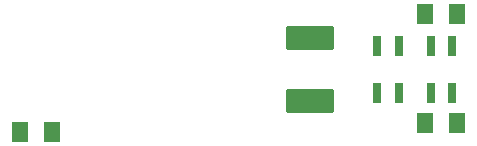
<source format=gbp>
G04*
G04 #@! TF.GenerationSoftware,Altium Limited,Altium Designer,21.4.1 (30)*
G04*
G04 Layer_Color=128*
%FSLAX44Y44*%
%MOMM*%
G71*
G04*
G04 #@! TF.SameCoordinates,A4EDEA6E-0163-4E51-A629-31ED2BFADD5A*
G04*
G04*
G04 #@! TF.FilePolarity,Positive*
G04*
G01*
G75*
%ADD64R,0.7874X1.6510*%
%ADD65R,1.3800X1.8200*%
G04:AMPARAMS|DCode=66|XSize=2mm|YSize=4mm|CornerRadius=0.07mm|HoleSize=0mm|Usage=FLASHONLY|Rotation=270.000|XOffset=0mm|YOffset=0mm|HoleType=Round|Shape=RoundedRectangle|*
%AMROUNDEDRECTD66*
21,1,2.0000,3.8600,0,0,270.0*
21,1,1.8600,4.0000,0,0,270.0*
1,1,0.1400,-1.9300,-0.9300*
1,1,0.1400,-1.9300,0.9300*
1,1,0.1400,1.9300,0.9300*
1,1,0.1400,1.9300,-0.9300*
%
%ADD66ROUNDEDRECTD66*%
D64*
X663600Y358155D02*
D03*
X645600D02*
D03*
Y318155D02*
D03*
X663600D02*
D03*
X708700Y358155D02*
D03*
X690700D02*
D03*
Y318155D02*
D03*
X708700D02*
D03*
D65*
X685710Y292538D02*
D03*
X713090D02*
D03*
Y384800D02*
D03*
X685710D02*
D03*
X369880Y285300D02*
D03*
X342500D02*
D03*
D66*
X588604Y364471D02*
D03*
Y311271D02*
D03*
M02*

</source>
